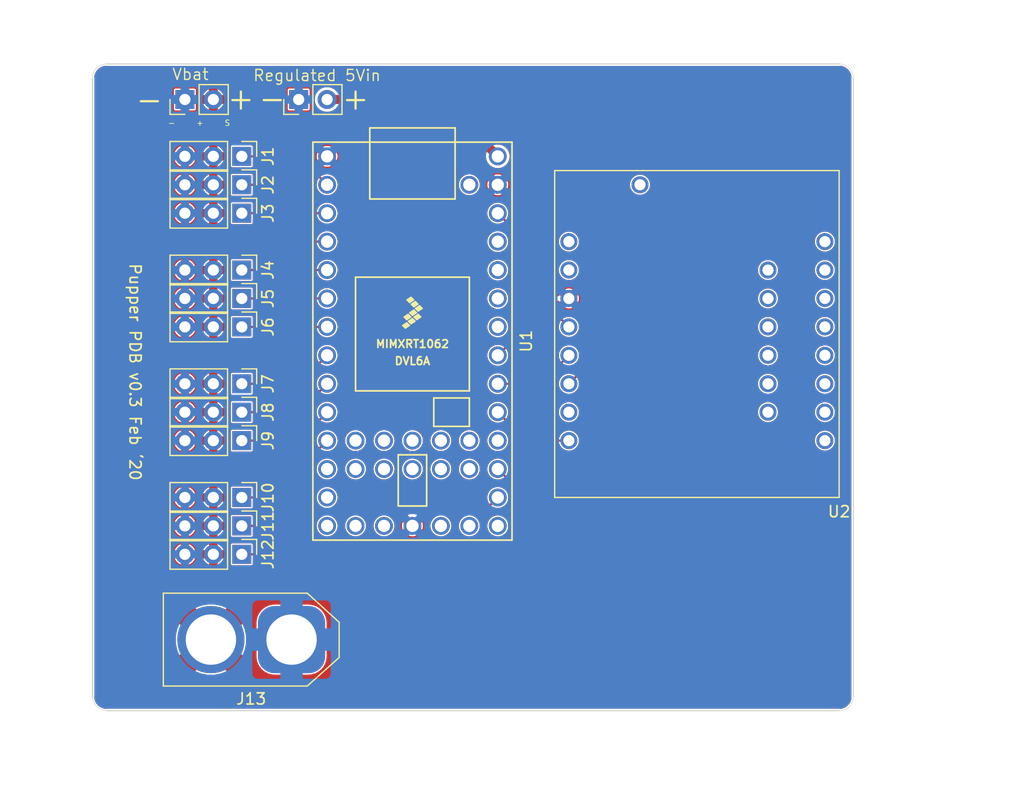
<source format=kicad_pcb>
(kicad_pcb (version 20171130) (host pcbnew "(5.1.4-0-10_14)")
  (layers (0 F.Cu signal) (31 B.Cu signal) (34 B.Paste user) (35 F.Paste user) (36 B.SilkS user) (37 F.SilkS user) (38 B.Mask user) (39 F.Mask user) (44 Edge.Cuts user))
  (net 0 "")
  (net 1 VDD)
  (net 2 GND)
  (net 3 /S11)
  (net 4 /S43)
  (net 5 /S42)
  (net 6 /S41)
  (net 7 /S33)
  (net 8 /S32)
  (net 9 /S31)
  (net 10 /S23)
  (net 11 /S22)
  (net 12 /S21)
  (net 13 /S13)
  (net 14 /S12)
  (net 15 +5V)
  (net 16 /INT)
  (net 17 /SCL)
  (net 18 /SDA)
  (module IMU_library:IMUBN (layer F.Cu) (at 198.12 85.09)
    (fp_text reference U2 (at 12.7 15.24) (layer F.SilkS))
    (fp_text value IMUBN)
    (fp_line (start -12.7 13.97) (end -12.7 -15.24) (layer F.SilkS) (width 0.12))
    (fp_line (start 12.7 13.97) (end -12.7 13.97) (layer F.SilkS) (width 0.12))
    (fp_line (start 12.7 -15.24) (end 12.7 13.97) (layer F.SilkS) (width 0.12))
    (fp_line (start -12.7 -15.24) (end 12.7 -15.24) (layer F.SilkS) (width 0.12))
    (pad 23 thru_hole circle (at -5.08 -13.97) (size 1.524 1.524) (drill 1) (layers *.Cu *.Mask))
    (pad 8 thru_hole circle (at -11.43 8.89) (size 1.524 1.524) (drill 1) (layers *.Cu *.Mask) (net 16 /INT))
    (pad 7 thru_hole circle (at -11.43 6.35) (size 1.524 1.524) (drill 1) (layers *.Cu *.Mask))
    (pad 6 thru_hole circle (at -11.43 3.81) (size 1.524 1.524) (drill 1) (layers *.Cu *.Mask) (net 17 /SCL))
    (pad 5 thru_hole circle (at -11.43 1.27) (size 1.524 1.524) (drill 1) (layers *.Cu *.Mask) (net 18 /SDA))
    (pad 4 thru_hole circle (at -11.43 -1.27) (size 1.524 1.524) (drill 1) (layers *.Cu *.Mask))
    (pad 3 thru_hole circle (at -11.43 -3.81) (size 1.524 1.524) (drill 1) (layers *.Cu *.Mask) (net 2 GND))
    (pad 2 thru_hole circle (at -11.43 -6.35) (size 1.524 1.524) (drill 1) (layers *.Cu *.Mask))
    (pad 1 thru_hole circle (at -11.43 -8.89) (size 1.524 1.524) (drill 1) (layers *.Cu *.Mask))
    (pad 22 thru_hole circle (at 6.35 6.35) (size 1.524 1.524) (drill 1) (layers *.Cu *.Mask))
    (pad 16 thru_hole circle (at 11.43 8.89) (size 1.524 1.524) (drill 1) (layers *.Cu *.Mask))
    (pad 21 thru_hole circle (at 6.35 3.81) (size 1.524 1.524) (drill 1) (layers *.Cu *.Mask))
    (pad 20 thru_hole circle (at 6.35 1.27) (size 1.524 1.524) (drill 1) (layers *.Cu *.Mask))
    (pad 19 thru_hole circle (at 6.35 -1.27) (size 1.524 1.524) (drill 1) (layers *.Cu *.Mask))
    (pad 18 thru_hole circle (at 6.35 -3.81) (size 1.524 1.524) (drill 1) (layers *.Cu *.Mask))
    (pad 17 thru_hole circle (at 6.35 -6.35) (size 1.524 1.524) (drill 1) (layers *.Cu *.Mask))
    (pad 9 thru_hole circle (at 11.43 -8.89) (size 1.524 1.524) (drill 1) (layers *.Cu *.Mask))
    (pad 10 thru_hole circle (at 11.43 -6.35) (size 1.524 1.524) (drill 1) (layers *.Cu *.Mask))
    (pad 15 thru_hole circle (at 11.43 6.35) (size 1.524 1.524) (drill 1) (layers *.Cu *.Mask))
    (pad 14 thru_hole circle (at 11.43 3.81) (size 1.524 1.524) (drill 1) (layers *.Cu *.Mask))
    (pad 11 thru_hole circle (at 11.43 -3.81) (size 1.524 1.524) (drill 1) (layers *.Cu *.Mask))
    (pad 13 thru_hole circle (at 11.43 1.27) (size 1.524 1.524) (drill 1) (layers *.Cu *.Mask))
    (pad 12 thru_hole circle (at 11.43 -1.27) (size 1.524 1.524) (drill 1) (layers *.Cu *.Mask))
  )
  (module teensy:Teensy40 (layer F.Cu) (at 172.72 85.09 270)
    (fp_text reference U1 (at 0 -10.16 90) (layer F.SilkS))
    (fp_text value Teensy4.0)
    (fp_text user DVL6A (at 1.778 0) (layer F.SilkS) (effects (font (size 0.7 0.7))))
    (fp_poly (pts (xy -3.937 0.127) (xy -3.683 -0.127) (xy -3.429 0.254) (xy -3.683 0.508)) (layer F.SilkS) (width 0.1))
    (fp_poly (pts (xy -3.556 -0.254) (xy -3.302 -0.508) (xy -3.048 -0.127) (xy -3.302 0.127)) (layer F.SilkS) (width 0.1))
    (fp_poly (pts (xy -1.651 0.508) (xy -1.397 0.254) (xy -1.143 0.635) (xy -1.397 0.889)) (layer F.SilkS) (width 0.1))
    (fp_poly (pts (xy -2.032 0) (xy -1.778 -0.254) (xy -1.524 0.127) (xy -1.778 0.381)) (layer F.SilkS) (width 0.1))
    (fp_poly (pts (xy -2.413 -0.508) (xy -2.159 -0.762) (xy -1.905 -0.381) (xy -2.159 -0.127)) (layer F.SilkS) (width 0.1))
    (fp_poly (pts (xy -2.413 0.381) (xy -2.159 0.127) (xy -1.905 0.508) (xy -2.159 0.762)) (layer F.SilkS) (width 0.1))
    (fp_poly (pts (xy -2.794 -0.127) (xy -2.54 -0.381) (xy -2.286 0) (xy -2.54 0.254)) (layer F.SilkS) (width 0.1))
    (fp_poly (pts (xy -3.175 -0.635) (xy -2.921 -0.889) (xy -2.667 -0.508) (xy -2.921 -0.254)) (layer F.SilkS) (width 0.1))
    (fp_text user MIMXRT1062 (at 0.254 0) (layer F.SilkS) (effects (font (size 0.7 0.7))))
    (fp_line (start 5.08 -1.905) (end 5.08 -5.08) (layer F.SilkS) (width 0.15))
    (fp_line (start 7.62 -1.905) (end 5.08 -1.905) (layer F.SilkS) (width 0.15))
    (fp_line (start 7.62 -5.08) (end 7.62 -1.905) (layer F.SilkS) (width 0.15))
    (fp_line (start 5.08 -5.08) (end 7.62 -5.08) (layer F.SilkS) (width 0.15))
    (fp_line (start -17.78 8.89) (end -17.78 -8.89) (layer F.SilkS) (width 0.15))
    (fp_line (start 17.78 8.89) (end -17.78 8.89) (layer F.SilkS) (width 0.15))
    (fp_line (start 17.78 -8.89) (end 17.78 8.89) (layer F.SilkS) (width 0.15))
    (fp_line (start -17.78 -8.89) (end 17.78 -8.89) (layer F.SilkS) (width 0.15))
    (fp_line (start 4.445 5.08) (end -5.715 5.08) (layer F.SilkS) (width 0.15))
    (fp_line (start 4.445 -5.08) (end -5.715 -5.08) (layer F.SilkS) (width 0.15))
    (fp_line (start -5.715 -5.08) (end -5.715 5.08) (layer F.SilkS) (width 0.15))
    (fp_line (start 4.445 5.08) (end 4.445 -5.08) (layer F.SilkS) (width 0.15))
    (fp_line (start 10.16 -1.27) (end 14.732 -1.27) (layer F.SilkS) (width 0.15))
    (fp_line (start 10.16 1.27) (end 10.16 -1.27) (layer F.SilkS) (width 0.15))
    (fp_line (start 14.732 1.27) (end 10.16 1.27) (layer F.SilkS) (width 0.15))
    (fp_line (start 14.732 -1.27) (end 14.732 1.27) (layer F.SilkS) (width 0.15))
    (fp_line (start -12.7 3.81) (end -17.78 3.81) (layer F.SilkS) (width 0.15))
    (fp_line (start -12.7 -3.81) (end -17.78 -3.81) (layer F.SilkS) (width 0.15))
    (fp_line (start -12.7 3.81) (end -12.7 -3.81) (layer F.SilkS) (width 0.15))
    (fp_line (start -19.05 -3.81) (end -17.78 -3.81) (layer F.SilkS) (width 0.15))
    (fp_line (start -19.05 3.81) (end -19.05 -3.81) (layer F.SilkS) (width 0.15))
    (fp_line (start -17.78 3.81) (end -19.05 3.81) (layer F.SilkS) (width 0.15))
    (pad 44 thru_hole circle (at 8.89 5.08 270) (size 1.6 1.6) (drill 1.1) (layers *.Cu *.Mask))
    (pad 43 thru_hole circle (at 11.43 5.08 270) (size 1.6 1.6) (drill 1.1) (layers *.Cu *.Mask))
    (pad 42 thru_hole circle (at 8.89 2.54 270) (size 1.6 1.6) (drill 1.1) (layers *.Cu *.Mask))
    (pad 41 thru_hole circle (at 11.43 2.54 270) (size 1.6 1.6) (drill 1.1) (layers *.Cu *.Mask))
    (pad 40 thru_hole circle (at 8.89 0 270) (size 1.6 1.6) (drill 1.1) (layers *.Cu *.Mask))
    (pad 39 thru_hole circle (at 11.43 0 270) (size 1.6 1.6) (drill 1.1) (layers *.Cu *.Mask))
    (pad 38 thru_hole circle (at 8.89 -2.54 270) (size 1.6 1.6) (drill 1.1) (layers *.Cu *.Mask))
    (pad 37 thru_hole circle (at 11.43 -2.54 270) (size 1.6 1.6) (drill 1.1) (layers *.Cu *.Mask))
    (pad 36 thru_hole circle (at 8.89 -5.08 270) (size 1.6 1.6) (drill 1.1) (layers *.Cu *.Mask))
    (pad 35 thru_hole circle (at 11.43 -5.08 270) (size 1.6 1.6) (drill 1.1) (layers *.Cu *.Mask))
    (pad 1 thru_hole circle (at -16.51 7.62 270) (size 1.6 1.6) (drill 1.1) (layers *.Cu *.Mask) (net 2 GND))
    (pad 2 thru_hole circle (at -13.97 7.62 270) (size 1.6 1.6) (drill 1.1) (layers *.Cu *.Mask) (net 3 /S11))
    (pad 3 thru_hole circle (at -11.43 7.62 270) (size 1.6 1.6) (drill 1.1) (layers *.Cu *.Mask) (net 14 /S12))
    (pad 4 thru_hole circle (at -8.89 7.62 270) (size 1.6 1.6) (drill 1.1) (layers *.Cu *.Mask) (net 13 /S13))
    (pad 5 thru_hole circle (at -6.35 7.62 270) (size 1.6 1.6) (drill 1.1) (layers *.Cu *.Mask) (net 12 /S21))
    (pad 6 thru_hole circle (at -3.81 7.62 270) (size 1.6 1.6) (drill 1.1) (layers *.Cu *.Mask) (net 11 /S22))
    (pad 7 thru_hole circle (at -1.27 7.62 270) (size 1.6 1.6) (drill 1.1) (layers *.Cu *.Mask) (net 10 /S23))
    (pad 8 thru_hole circle (at 1.27 7.62 270) (size 1.6 1.6) (drill 1.1) (layers *.Cu *.Mask) (net 9 /S31))
    (pad 9 thru_hole circle (at 3.81 7.62 270) (size 1.6 1.6) (drill 1.1) (layers *.Cu *.Mask) (net 8 /S32))
    (pad 10 thru_hole circle (at 6.35 7.62 270) (size 1.6 1.6) (drill 1.1) (layers *.Cu *.Mask) (net 7 /S33))
    (pad 11 thru_hole circle (at 8.89 7.62 270) (size 1.6 1.6) (drill 1.1) (layers *.Cu *.Mask) (net 6 /S41))
    (pad 12 thru_hole circle (at 11.43 7.62 270) (size 1.6 1.6) (drill 1.1) (layers *.Cu *.Mask))
    (pad 13 thru_hole circle (at 13.97 7.62 270) (size 1.6 1.6) (drill 1.1) (layers *.Cu *.Mask))
    (pad 34 thru_hole circle (at -13.97 -5.08 270) (size 1.6 1.6) (drill 1.1) (layers *.Cu *.Mask))
    (pad 33 thru_hole circle (at -16.51 -7.62 270) (size 1.6 1.6) (drill 1.1) (layers *.Cu *.Mask) (net 15 +5V))
    (pad 32 thru_hole circle (at -13.97 -7.62 270) (size 1.6 1.6) (drill 1.1) (layers *.Cu *.Mask) (net 2 GND))
    (pad 31 thru_hole circle (at -11.43 -7.62 270) (size 1.6 1.6) (drill 1.1) (layers *.Cu *.Mask))
    (pad 30 thru_hole circle (at -8.89 -7.62 270) (size 1.6 1.6) (drill 1.1) (layers *.Cu *.Mask))
    (pad 29 thru_hole circle (at -6.35 -7.62 270) (size 1.6 1.6) (drill 1.1) (layers *.Cu *.Mask))
    (pad 28 thru_hole circle (at -3.81 -7.62 270) (size 1.6 1.6) (drill 1.1) (layers *.Cu *.Mask))
    (pad 27 thru_hole circle (at -1.27 -7.62 270) (size 1.6 1.6) (drill 1.1) (layers *.Cu *.Mask))
    (pad 26 thru_hole circle (at 1.27 -7.62 270) (size 1.6 1.6) (drill 1.1) (layers *.Cu *.Mask) (net 17 /SCL))
    (pad 25 thru_hole circle (at 3.81 -7.62 270) (size 1.6 1.6) (drill 1.1) (layers *.Cu *.Mask) (net 18 /SDA))
    (pad 24 thru_hole circle (at 6.35 -7.62 270) (size 1.6 1.6) (drill 1.1) (layers *.Cu *.Mask) (net 16 /INT))
    (pad 23 thru_hole circle (at 8.89 -7.62 270) (size 1.6 1.6) (drill 1.1) (layers *.Cu *.Mask))
    (pad 22 thru_hole circle (at 11.43 -7.62 270) (size 1.6 1.6) (drill 1.1) (layers *.Cu *.Mask) (net 4 /S43))
    (pad 21 thru_hole circle (at 13.97 -7.62 270) (size 1.6 1.6) (drill 1.1) (layers *.Cu *.Mask) (net 5 /S42))
    (pad 14 thru_hole circle (at 16.51 7.62 270) (size 1.6 1.6) (drill 1.1) (layers *.Cu *.Mask))
    (pad 15 thru_hole circle (at 16.51 5.08 270) (size 1.6 1.6) (drill 1.1) (layers *.Cu *.Mask))
    (pad 16 thru_hole circle (at 16.51 2.54 270) (size 1.6 1.6) (drill 1.1) (layers *.Cu *.Mask))
    (pad 20 thru_hole circle (at 16.51 -7.62 270) (size 1.6 1.6) (drill 1.1) (layers *.Cu *.Mask))
    (pad 19 thru_hole circle (at 16.51 -5.08 270) (size 1.6 1.6) (drill 1.1) (layers *.Cu *.Mask))
    (pad 18 thru_hole circle (at 16.51 -2.54 270) (size 1.6 1.6) (drill 1.1) (layers *.Cu *.Mask))
    (pad 17 thru_hole circle (at 16.51 0 270) (size 1.6 1.6) (drill 1.1) (layers *.Cu *.Mask) (net 2 GND))
  )
  (module Connector_AMASS:AMASS_XT60-M_1x02_P7.20mm_Vertical (layer F.Cu) (at 161.925 111.76 180)
    (fp_text reference J13 (at 3.6 -5.3 180) (layer F.SilkS))
    (fp_text value Conn_01x02)
    (fp_line (start 11.45 -4.15) (end -1.4 -4.15) (layer F.SilkS) (width 0.12))
    (fp_line (start -4.25 -1.6) (end -4.25 1.55) (layer F.SilkS) (width 0.12))
    (fp_line (start -1.4 4.15) (end 11.45 4.15) (layer F.SilkS) (width 0.12))
    (fp_line (start 11.45 4.15) (end 11.45 -4.15) (layer F.SilkS) (width 0.12))
    (fp_line (start -1.4 -4.15) (end -4.25 -1.6) (layer F.SilkS) (width 0.12))
    (fp_line (start -4.25 1.55) (end -1.4 4.15) (layer F.SilkS) (width 0.12))
    (pad 1 thru_hole roundrect (at 0 0 180) (size 6 6) (drill 4.5) (layers *.Cu *.Mask) (net 2 GND) (thermal_gap 0.5))
    (pad 2 thru_hole circle (at 7.2 0 180) (size 6 6) (drill 4.5) (layers *.Cu *.Mask) (net 1 VDD) (thermal_gap 0.5))
  )
  (module Connector_PinHeader_2.54mm:PinHeader_1x02_P2.54mm_Vertical (layer F.Cu) (at 162.56 63.5 90)
    (fp_text reference J15 hide)
    (fp_text value Conn_01x02)
    (fp_line (start -1.33 3.87) (end 1.33 3.87) (layer F.SilkS) (width 0.12))
    (fp_line (start -1.33 1.27) (end -1.33 3.87) (layer F.SilkS) (width 0.12))
    (fp_line (start 1.33 1.27) (end 1.33 3.87) (layer F.SilkS) (width 0.12))
    (fp_line (start -1.33 1.27) (end 1.33 1.27) (layer F.SilkS) (width 0.12))
    (fp_line (start -1.33 0) (end -1.33 -1.33) (layer F.SilkS) (width 0.12))
    (fp_line (start -1.33 -1.33) (end 0 -1.33) (layer F.SilkS) (width 0.12))
    (pad 1 thru_hole rect (at 0 0 90) (size 1.7 1.7) (drill 1) (layers *.Cu *.Mask) (net 2 GND))
    (pad 2 thru_hole oval (at 0 2.54 90) (size 1.7 1.7) (drill 1) (layers *.Cu *.Mask) (net 15 +5V))
  )
  (module Connector_PinHeader_2.54mm:PinHeader_1x02_P2.54mm_Vertical (layer F.Cu) (at 152.4 63.5 90)
    (fp_text reference J14 hide)
    (fp_text value Conn_01x02)
    (fp_line (start -1.33 -1.33) (end 0 -1.33) (layer F.SilkS) (width 0.12))
    (fp_line (start -1.33 0) (end -1.33 -1.33) (layer F.SilkS) (width 0.12))
    (fp_line (start -1.33 1.27) (end 1.33 1.27) (layer F.SilkS) (width 0.12))
    (fp_line (start 1.33 1.27) (end 1.33 3.87) (layer F.SilkS) (width 0.12))
    (fp_line (start -1.33 1.27) (end -1.33 3.87) (layer F.SilkS) (width 0.12))
    (fp_line (start -1.33 3.87) (end 1.33 3.87) (layer F.SilkS) (width 0.12))
    (pad 2 thru_hole oval (at 0 2.54 90) (size 1.7 1.7) (drill 1) (layers *.Cu *.Mask) (net 1 VDD))
    (pad 1 thru_hole rect (at 0 0 90) (size 1.7 1.7) (drill 1) (layers *.Cu *.Mask) (net 2 GND))
  )
  (module Connector_PinHeader_2.54mm:PinHeader_1x03_P2.54mm_Vertical (layer F.Cu) (at 157.48 104.14 270)
    (fp_text reference J12 (at 0 -2.33 90) (layer F.SilkS))
    (fp_text value Conn_01x03)
    (fp_line (start -1.33 -1.33) (end 0 -1.33) (layer F.SilkS) (width 0.12))
    (fp_line (start -1.33 0) (end -1.33 -1.33) (layer F.SilkS) (width 0.12))
    (fp_line (start -1.33 1.27) (end 1.33 1.27) (layer F.SilkS) (width 0.12))
    (fp_line (start 1.33 1.27) (end 1.33 6.41) (layer F.SilkS) (width 0.12))
    (fp_line (start -1.33 1.27) (end -1.33 6.41) (layer F.SilkS) (width 0.12))
    (fp_line (start -1.33 6.41) (end 1.33 6.41) (layer F.SilkS) (width 0.12))
    (pad 3 thru_hole oval (at 0 5.08 270) (size 1.7 1.7) (drill 1) (layers *.Cu *.Mask) (net 2 GND))
    (pad 2 thru_hole oval (at 0 2.54 270) (size 1.7 1.7) (drill 1) (layers *.Cu *.Mask) (net 1 VDD))
    (pad 1 thru_hole rect (at 0 0 270) (size 1.7 1.7) (drill 1) (layers *.Cu *.Mask) (net 4 /S43))
  )
  (module Connector_PinHeader_2.54mm:PinHeader_1x03_P2.54mm_Vertical (layer F.Cu) (at 157.48 93.98 270)
    (fp_text reference J9 (at 0 -2.33 90) (layer F.SilkS))
    (fp_text value Conn_01x03)
    (fp_line (start -1.33 -1.33) (end 0 -1.33) (layer F.SilkS) (width 0.12))
    (fp_line (start -1.33 0) (end -1.33 -1.33) (layer F.SilkS) (width 0.12))
    (fp_line (start -1.33 1.27) (end 1.33 1.27) (layer F.SilkS) (width 0.12))
    (fp_line (start 1.33 1.27) (end 1.33 6.41) (layer F.SilkS) (width 0.12))
    (fp_line (start -1.33 1.27) (end -1.33 6.41) (layer F.SilkS) (width 0.12))
    (fp_line (start -1.33 6.41) (end 1.33 6.41) (layer F.SilkS) (width 0.12))
    (pad 3 thru_hole oval (at 0 5.08 270) (size 1.7 1.7) (drill 1) (layers *.Cu *.Mask) (net 2 GND))
    (pad 2 thru_hole oval (at 0 2.54 270) (size 1.7 1.7) (drill 1) (layers *.Cu *.Mask) (net 1 VDD))
    (pad 1 thru_hole rect (at 0 0 270) (size 1.7 1.7) (drill 1) (layers *.Cu *.Mask) (net 7 /S33))
  )
  (module Connector_PinHeader_2.54mm:PinHeader_1x03_P2.54mm_Vertical (layer F.Cu) (at 157.48 83.82 270)
    (fp_text reference J6 (at 0 -2.33 90) (layer F.SilkS))
    (fp_text value Conn_01x03)
    (fp_line (start -1.33 -1.33) (end 0 -1.33) (layer F.SilkS) (width 0.12))
    (fp_line (start -1.33 0) (end -1.33 -1.33) (layer F.SilkS) (width 0.12))
    (fp_line (start -1.33 1.27) (end 1.33 1.27) (layer F.SilkS) (width 0.12))
    (fp_line (start 1.33 1.27) (end 1.33 6.41) (layer F.SilkS) (width 0.12))
    (fp_line (start -1.33 1.27) (end -1.33 6.41) (layer F.SilkS) (width 0.12))
    (fp_line (start -1.33 6.41) (end 1.33 6.41) (layer F.SilkS) (width 0.12))
    (pad 3 thru_hole oval (at 0 5.08 270) (size 1.7 1.7) (drill 1) (layers *.Cu *.Mask) (net 2 GND))
    (pad 2 thru_hole oval (at 0 2.54 270) (size 1.7 1.7) (drill 1) (layers *.Cu *.Mask) (net 1 VDD))
    (pad 1 thru_hole rect (at 0 0 270) (size 1.7 1.7) (drill 1) (layers *.Cu *.Mask) (net 10 /S23))
  )
  (module Connector_PinHeader_2.54mm:PinHeader_1x03_P2.54mm_Vertical (layer F.Cu) (at 157.48 101.6 270)
    (fp_text reference J11 (at 0 -2.33 90) (layer F.SilkS))
    (fp_text value Conn_01x03)
    (fp_line (start -1.33 -1.33) (end 0 -1.33) (layer F.SilkS) (width 0.12))
    (fp_line (start -1.33 0) (end -1.33 -1.33) (layer F.SilkS) (width 0.12))
    (fp_line (start -1.33 1.27) (end 1.33 1.27) (layer F.SilkS) (width 0.12))
    (fp_line (start 1.33 1.27) (end 1.33 6.41) (layer F.SilkS) (width 0.12))
    (fp_line (start -1.33 1.27) (end -1.33 6.41) (layer F.SilkS) (width 0.12))
    (fp_line (start -1.33 6.41) (end 1.33 6.41) (layer F.SilkS) (width 0.12))
    (pad 3 thru_hole oval (at 0 5.08 270) (size 1.7 1.7) (drill 1) (layers *.Cu *.Mask) (net 2 GND))
    (pad 2 thru_hole oval (at 0 2.54 270) (size 1.7 1.7) (drill 1) (layers *.Cu *.Mask) (net 1 VDD))
    (pad 1 thru_hole rect (at 0 0 270) (size 1.7 1.7) (drill 1) (layers *.Cu *.Mask) (net 5 /S42))
  )
  (module Connector_PinHeader_2.54mm:PinHeader_1x03_P2.54mm_Vertical (layer F.Cu) (at 157.48 91.44 270)
    (fp_text reference J8 (at 0 -2.33 90) (layer F.SilkS))
    (fp_text value Conn_01x03)
    (fp_line (start -1.33 -1.33) (end 0 -1.33) (layer F.SilkS) (width 0.12))
    (fp_line (start -1.33 0) (end -1.33 -1.33) (layer F.SilkS) (width 0.12))
    (fp_line (start -1.33 1.27) (end 1.33 1.27) (layer F.SilkS) (width 0.12))
    (fp_line (start 1.33 1.27) (end 1.33 6.41) (layer F.SilkS) (width 0.12))
    (fp_line (start -1.33 1.27) (end -1.33 6.41) (layer F.SilkS) (width 0.12))
    (fp_line (start -1.33 6.41) (end 1.33 6.41) (layer F.SilkS) (width 0.12))
    (pad 3 thru_hole oval (at 0 5.08 270) (size 1.7 1.7) (drill 1) (layers *.Cu *.Mask) (net 2 GND))
    (pad 2 thru_hole oval (at 0 2.54 270) (size 1.7 1.7) (drill 1) (layers *.Cu *.Mask) (net 1 VDD))
    (pad 1 thru_hole rect (at 0 0 270) (size 1.7 1.7) (drill 1) (layers *.Cu *.Mask) (net 8 /S32))
  )
  (module Connector_PinHeader_2.54mm:PinHeader_1x03_P2.54mm_Vertical (layer F.Cu) (at 157.48 81.28 270)
    (fp_text reference J5 (at 0 -2.33 90) (layer F.SilkS))
    (fp_text value Conn_01x03)
    (fp_line (start -1.33 -1.33) (end 0 -1.33) (layer F.SilkS) (width 0.12))
    (fp_line (start -1.33 0) (end -1.33 -1.33) (layer F.SilkS) (width 0.12))
    (fp_line (start -1.33 1.27) (end 1.33 1.27) (layer F.SilkS) (width 0.12))
    (fp_line (start 1.33 1.27) (end 1.33 6.41) (layer F.SilkS) (width 0.12))
    (fp_line (start -1.33 1.27) (end -1.33 6.41) (layer F.SilkS) (width 0.12))
    (fp_line (start -1.33 6.41) (end 1.33 6.41) (layer F.SilkS) (width 0.12))
    (pad 3 thru_hole oval (at 0 5.08 270) (size 1.7 1.7) (drill 1) (layers *.Cu *.Mask) (net 2 GND))
    (pad 2 thru_hole oval (at 0 2.54 270) (size 1.7 1.7) (drill 1) (layers *.Cu *.Mask) (net 1 VDD))
    (pad 1 thru_hole rect (at 0 0 270) (size 1.7 1.7) (drill 1) (layers *.Cu *.Mask) (net 11 /S22))
  )
  (module Connector_PinHeader_2.54mm:PinHeader_1x03_P2.54mm_Vertical (layer F.Cu) (at 157.48 99.06 270)
    (fp_text reference J10 (at 0 -2.33 90) (layer F.SilkS))
    (fp_text value Conn_01x03)
    (fp_line (start -1.33 -1.33) (end 0 -1.33) (layer F.SilkS) (width 0.12))
    (fp_line (start -1.33 0) (end -1.33 -1.33) (layer F.SilkS) (width 0.12))
    (fp_line (start -1.33 1.27) (end 1.33 1.27) (layer F.SilkS) (width 0.12))
    (fp_line (start 1.33 1.27) (end 1.33 6.41) (layer F.SilkS) (width 0.12))
    (fp_line (start -1.33 1.27) (end -1.33 6.41) (layer F.SilkS) (width 0.12))
    (fp_line (start -1.33 6.41) (end 1.33 6.41) (layer F.SilkS) (width 0.12))
    (pad 3 thru_hole oval (at 0 5.08 270) (size 1.7 1.7) (drill 1) (layers *.Cu *.Mask) (net 2 GND))
    (pad 2 thru_hole oval (at 0 2.54 270) (size 1.7 1.7) (drill 1) (layers *.Cu *.Mask) (net 1 VDD))
    (pad 1 thru_hole rect (at 0 0 270) (size 1.7 1.7) (drill 1) (layers *.Cu *.Mask) (net 6 /S41))
  )
  (module Connector_PinHeader_2.54mm:PinHeader_1x03_P2.54mm_Vertical (layer F.Cu) (at 157.48 88.9 270)
    (fp_text reference J7 (at 0 -2.33 90) (layer F.SilkS))
    (fp_text value Conn_01x03)
    (fp_line (start -1.33 -1.33) (end 0 -1.33) (layer F.SilkS) (width 0.12))
    (fp_line (start -1.33 0) (end -1.33 -1.33) (layer F.SilkS) (width 0.12))
    (fp_line (start -1.33 1.27) (end 1.33 1.27) (layer F.SilkS) (width 0.12))
    (fp_line (start 1.33 1.27) (end 1.33 6.41) (layer F.SilkS) (width 0.12))
    (fp_line (start -1.33 1.27) (end -1.33 6.41) (layer F.SilkS) (width 0.12))
    (fp_line (start -1.33 6.41) (end 1.33 6.41) (layer F.SilkS) (width 0.12))
    (pad 3 thru_hole oval (at 0 5.08 270) (size 1.7 1.7) (drill 1) (layers *.Cu *.Mask) (net 2 GND))
    (pad 2 thru_hole oval (at 0 2.54 270) (size 1.7 1.7) (drill 1) (layers *.Cu *.Mask) (net 1 VDD))
    (pad 1 thru_hole rect (at 0 0 270) (size 1.7 1.7) (drill 1) (layers *.Cu *.Mask) (net 9 /S31))
  )
  (module Connector_PinHeader_2.54mm:PinHeader_1x03_P2.54mm_Vertical (layer F.Cu) (at 157.48 78.74 270)
    (fp_text reference J4 (at 0 -2.33 90) (layer F.SilkS))
    (fp_text value Conn_01x03)
    (fp_line (start -1.33 -1.33) (end 0 -1.33) (layer F.SilkS) (width 0.12))
    (fp_line (start -1.33 0) (end -1.33 -1.33) (layer F.SilkS) (width 0.12))
    (fp_line (start -1.33 1.27) (end 1.33 1.27) (layer F.SilkS) (width 0.12))
    (fp_line (start 1.33 1.27) (end 1.33 6.41) (layer F.SilkS) (width 0.12))
    (fp_line (start -1.33 1.27) (end -1.33 6.41) (layer F.SilkS) (width 0.12))
    (fp_line (start -1.33 6.41) (end 1.33 6.41) (layer F.SilkS) (width 0.12))
    (pad 3 thru_hole oval (at 0 5.08 270) (size 1.7 1.7) (drill 1) (layers *.Cu *.Mask) (net 2 GND))
    (pad 2 thru_hole oval (at 0 2.54 270) (size 1.7 1.7) (drill 1) (layers *.Cu *.Mask) (net 1 VDD))
    (pad 1 thru_hole rect (at 0 0 270) (size 1.7 1.7) (drill 1) (layers *.Cu *.Mask) (net 12 /S21))
  )
  (module Connector_PinHeader_2.54mm:PinHeader_1x03_P2.54mm_Vertical (layer F.Cu) (at 157.48 68.58 270)
    (fp_text reference J1 (at 0 -2.33 90) (layer F.SilkS))
    (fp_text value Conn_01x03)
    (fp_line (start -1.33 6.41) (end 1.33 6.41) (layer F.SilkS) (width 0.12))
    (fp_line (start -1.33 1.27) (end -1.33 6.41) (layer F.SilkS) (width 0.12))
    (fp_line (start 1.33 1.27) (end 1.33 6.41) (layer F.SilkS) (width 0.12))
    (fp_line (start -1.33 1.27) (end 1.33 1.27) (layer F.SilkS) (width 0.12))
    (fp_line (start -1.33 0) (end -1.33 -1.33) (layer F.SilkS) (width 0.12))
    (fp_line (start -1.33 -1.33) (end 0 -1.33) (layer F.SilkS) (width 0.12))
    (pad 1 thru_hole rect (at 0 0 270) (size 1.7 1.7) (drill 1) (layers *.Cu *.Mask) (net 3 /S11))
    (pad 2 thru_hole oval (at 0 2.54 270) (size 1.7 1.7) (drill 1) (layers *.Cu *.Mask) (net 1 VDD))
    (pad 3 thru_hole oval (at 0 5.08 270) (size 1.7 1.7) (drill 1) (layers *.Cu *.Mask) (net 2 GND))
  )
  (module Connector_PinHeader_2.54mm:PinHeader_1x03_P2.54mm_Vertical (layer F.Cu) (at 157.48 73.66 270)
    (fp_text reference J3 (at 0 -2.33 90) (layer F.SilkS))
    (fp_text value Conn_01x03)
    (fp_line (start -1.33 6.41) (end 1.33 6.41) (layer F.SilkS) (width 0.12))
    (fp_line (start -1.33 1.27) (end -1.33 6.41) (layer F.SilkS) (width 0.12))
    (fp_line (start 1.33 1.27) (end 1.33 6.41) (layer F.SilkS) (width 0.12))
    (fp_line (start -1.33 1.27) (end 1.33 1.27) (layer F.SilkS) (width 0.12))
    (fp_line (start -1.33 0) (end -1.33 -1.33) (layer F.SilkS) (width 0.12))
    (fp_line (start -1.33 -1.33) (end 0 -1.33) (layer F.SilkS) (width 0.12))
    (pad 1 thru_hole rect (at 0 0 270) (size 1.7 1.7) (drill 1) (layers *.Cu *.Mask) (net 13 /S13))
    (pad 2 thru_hole oval (at 0 2.54 270) (size 1.7 1.7) (drill 1) (layers *.Cu *.Mask) (net 1 VDD))
    (pad 3 thru_hole oval (at 0 5.08 270) (size 1.7 1.7) (drill 1) (layers *.Cu *.Mask) (net 2 GND))
  )
  (module Connector_PinHeader_2.54mm:PinHeader_1x03_P2.54mm_Vertical (layer F.Cu) (at 157.48 71.12 270)
    (fp_text reference J2 (at 0 -2.33 90) (layer F.SilkS))
    (fp_text value Conn_01x03)
    (fp_line (start -1.33 -1.33) (end 0 -1.33) (layer F.SilkS) (width 0.12))
    (fp_line (start -1.33 0) (end -1.33 -1.33) (layer F.SilkS) (width 0.12))
    (fp_line (start -1.33 1.27) (end 1.33 1.27) (layer F.SilkS) (width 0.12))
    (fp_line (start 1.33 1.27) (end 1.33 6.41) (layer F.SilkS) (width 0.12))
    (fp_line (start -1.33 1.27) (end -1.33 6.41) (layer F.SilkS) (width 0.12))
    (fp_line (start -1.33 6.41) (end 1.33 6.41) (layer F.SilkS) (width 0.12))
    (pad 3 thru_hole oval (at 0 5.08 270) (size 1.7 1.7) (drill 1) (layers *.Cu *.Mask) (net 2 GND))
    (pad 2 thru_hole oval (at 0 2.54 270) (size 1.7 1.7) (drill 1) (layers *.Cu *.Mask) (net 1 VDD))
    (pad 1 thru_hole rect (at 0 0 270) (size 1.7 1.7) (drill 1) (layers *.Cu *.Mask) (net 14 /S12))
  )
  (gr_text - (at 160.2 63.4) (layer F.SilkS) (effects (font (size 2 2) (thickness 0.2))))
  (gr_text + (at 167.64 63.4) (layer F.SilkS) (effects (font (size 2 2) (thickness 0.2))))
  (gr_arc (start 210.82 116.84) (end 210.82 118.11) (angle -90) (layer Edge.Cuts) (width 0.05))
  (gr_text "-     +     S" (at 153.67 65.6) (layer F.SilkS) (effects (font (size 0.5 0.5) (thickness 0.07))))
  (gr_text Vbat (at 152.9 61.25) (layer F.SilkS) (effects (font (size 1 1) (thickness 0.12))))
  (gr_text "Regulated 5Vin" (at 164.2 61.35) (layer F.SilkS) (effects (font (size 1 1) (thickness 0.12))))
  (gr_text - (at 149.225 63.5) (layer F.SilkS) (effects (font (size 2 2) (thickness 0.2))))
  (gr_text + (at 157.4 63.4) (layer F.SilkS) (effects (font (size 2 2) (thickness 0.2))))
  (gr_text "Pupper PDB v0.3 Feb ‘20" (at 147.955 87.85 270) (layer F.SilkS) (effects (font (size 1 1))))
  (gr_arc (start 210.82 61.595) (end 212.09 61.595) (angle -90) (layer Edge.Cuts) (width 0.05))
  (gr_arc (start 145.415 61.595) (end 145.415 60.325) (angle -90) (layer Edge.Cuts) (width 0.05))
  (gr_arc (start 145.415 116.84) (end 144.145 116.84) (angle -90) (layer Edge.Cuts) (width 0.05))
  (gr_line (start 212.09 116.84) (end 212.09 61.595) (layer Edge.Cuts) (width 0.1))
  (gr_line (start 145.415 118.11) (end 210.82 118.11) (layer Edge.Cuts) (width 0.1))
  (gr_line (start 144.145 61.595) (end 144.145 116.84) (layer Edge.Cuts) (width 0.1))
  (gr_line (start 210.82 60.325) (end 145.415 60.325) (layer Edge.Cuts) (width 0.1))
  (segment (start 162.56 68.58) (end 165.1 71.12) (width 0.2) (layer F.Cu) (net 3))
  (segment (start 157.48 68.58) (end 162.56 68.58) (width 0.2) (layer F.Cu) (net 3))
  (segment (start 181.367001 102.092961) (end 181.367001 97.547001) (width 0.2) (layer F.Cu) (net 4))
  (segment (start 179.319962 104.14) (end 181.367001 102.092961) (width 0.2) (layer F.Cu) (net 4))
  (segment (start 181.367001 97.547001) (end 180.34 96.52) (width 0.2) (layer F.Cu) (net 4))
  (segment (start 157.48 104.14) (end 179.319962 104.14) (width 0.2) (layer F.Cu) (net 4))
  (segment (start 157.48 101.6) (end 157.722999 101.357001) (width 0.2) (layer F.Cu) (net 5))
  (segment (start 158.53 101.6) (end 159.8 100.33) (width 0.2) (layer F.Cu) (net 5))
  (segment (start 157.48 101.6) (end 158.53 101.6) (width 0.2) (layer F.Cu) (net 5))
  (segment (start 179.07 100.33) (end 180.34 99.06) (width 0.2) (layer F.Cu) (net 5))
  (segment (start 159.8 100.33) (end 179.07 100.33) (width 0.2) (layer F.Cu) (net 5))
  (segment (start 160.02 99.06) (end 165.1 93.98) (width 0.2) (layer F.Cu) (net 6))
  (segment (start 157.48 99.06) (end 160.02 99.06) (width 0.2) (layer F.Cu) (net 6))
  (segment (start 162.56 93.98) (end 165.1 91.44) (width 0.2) (layer F.Cu) (net 7))
  (segment (start 157.48 93.98) (end 162.56 93.98) (width 0.2) (layer F.Cu) (net 7))
  (segment (start 162.56 91.44) (end 165.1 88.9) (width 0.2) (layer F.Cu) (net 8))
  (segment (start 157.48 91.44) (end 162.56 91.44) (width 0.2) (layer F.Cu) (net 8))
  (segment (start 162.56 88.9) (end 165.1 86.36) (width 0.2) (layer F.Cu) (net 9))
  (segment (start 157.48 88.9) (end 162.56 88.9) (width 0.2) (layer F.Cu) (net 9))
  (segment (start 157.48 83.82) (end 165.1 83.82) (width 0.2) (layer F.Cu) (net 10))
  (segment (start 157.48 81.28) (end 165.1 81.28) (width 0.2) (layer F.Cu) (net 11))
  (segment (start 157.48 78.74) (end 165.1 78.74) (width 0.2) (layer F.Cu) (net 12))
  (segment (start 161.07 76.2) (end 165.1 76.2) (width 0.2) (layer F.Cu) (net 13))
  (segment (start 158.53 73.66) (end 161.07 76.2) (width 0.2) (layer F.Cu) (net 13))
  (segment (start 157.48 73.66) (end 158.53 73.66) (width 0.2) (layer F.Cu) (net 13))
  (segment (start 161.07 73.66) (end 165.23863 73.66) (width 0.2) (layer F.Cu) (net 14))
  (segment (start 158.53 71.12) (end 161.07 73.66) (width 0.2) (layer F.Cu) (net 14))
  (segment (start 157.48 71.12) (end 158.53 71.12) (width 0.2) (layer F.Cu) (net 14))
  (segment (start 175.26 63.5) (end 180.34 68.58) (width 0.8) (layer F.Cu) (net 15))
  (segment (start 165.1 63.5) (end 175.26 63.5) (width 0.8) (layer F.Cu) (net 15))
  (segment (start 182.88 93.98) (end 180.34 91.44) (width 0.2) (layer F.Cu) (net 16))
  (segment (start 186.69 93.98) (end 182.88 93.98) (width 0.2) (layer F.Cu) (net 16))
  (segment (start 187.679001 87.910999) (end 186.69 88.9) (width 0.2) (layer F.Cu) (net 17))
  (segment (start 187.679001 85.885279) (end 187.679001 87.910999) (width 0.2) (layer F.Cu) (net 17))
  (segment (start 187.164721 85.370999) (end 187.679001 85.885279) (width 0.2) (layer F.Cu) (net 17))
  (segment (start 181.329001 85.370999) (end 187.164721 85.370999) (width 0.2) (layer F.Cu) (net 17))
  (segment (start 180.34 86.36) (end 181.329001 85.370999) (width 0.2) (layer F.Cu) (net 17))
  (segment (start 184.15 88.9) (end 186.69 86.36) (width 0.2) (layer F.Cu) (net 18))
  (segment (start 180.34 88.9) (end 184.15 88.9) (width 0.2) (layer F.Cu) (net 18))
  (segment (start 185.373989 78.693989) (end 180.34 73.66) (width 0.2) (layer F.Cu) (net 0))
  (segment (start 185.373989 82.503989) (end 185.373989 78.693989) (width 0.2) (layer F.Cu) (net 0))
  (segment (start 186.69 83.82) (end 185.373989 82.503989) (width 0.2) (layer F.Cu) (net 0))
  (zone (net 1) (net_name VDD) (layer F.Cu) (connect_pads (clearance 0.127)) (min_thickness 0.254) (fill yes (arc_segments 32) (thermal_gap 0.254) (thermal_bridge_width 0.75))
    (polygon (pts (xy 140.97 56.663668) (xy 218.44 57.15) (xy 218.44 124.46) (xy 140.97 123.973668)))
  )
  (zone (net 2) (net_name GND) (layer B.Cu) (connect_pads (clearance 0.127)) (min_thickness 0.254) (fill yes (arc_segments 32) (thermal_gap 0.254) (thermal_bridge_width 0.75))
    (polygon (pts (xy 135.89 54.61) (xy 227.33 54.61) (xy 227.33 126.365) (xy 135.89 126.365)))
  )
)
</source>
